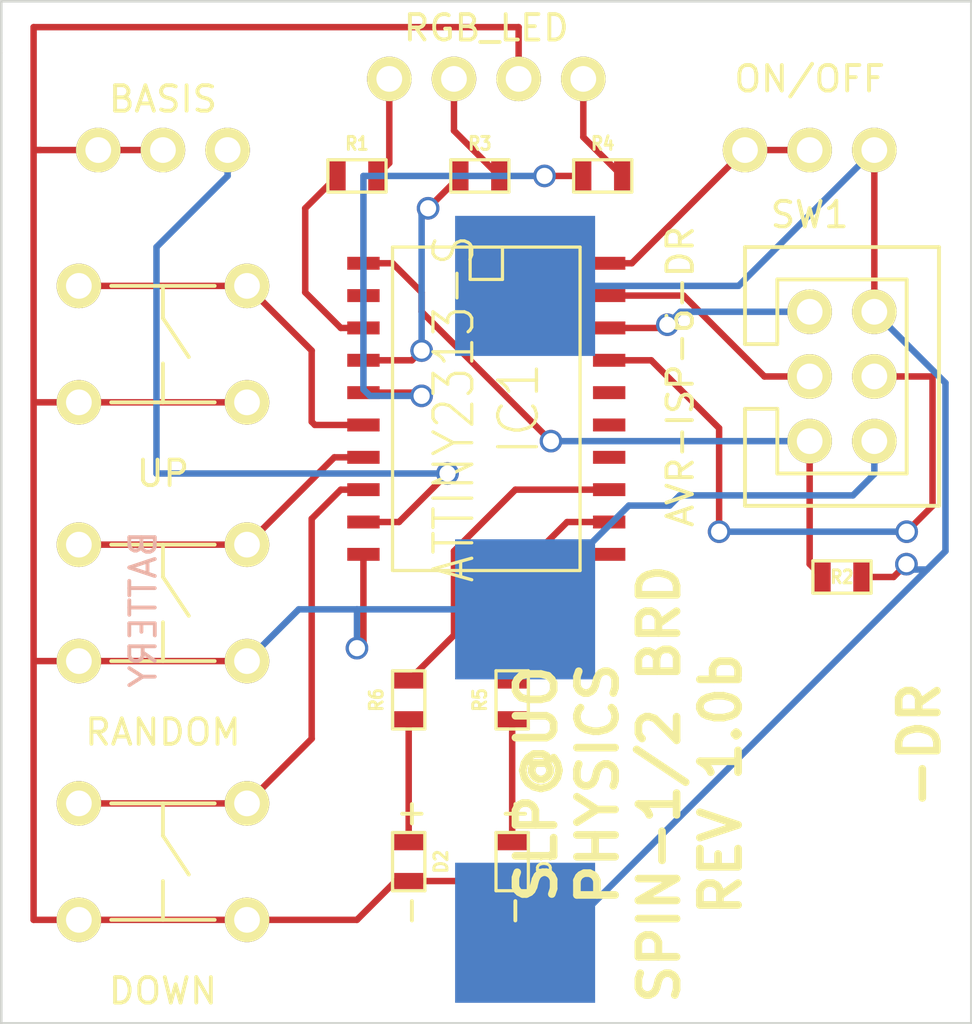
<source format=kicad_pcb>
(kicad_pcb (version 3) (host pcbnew "(2013-may-18)-stable")

  (general
    (links 41)
    (no_connects 0)
    (area 82.499999 47.447999 122.749 88.217088)
    (thickness 1.6)
    (drawings 9)
    (tracks 128)
    (zones 0)
    (modules 17)
    (nets 22)
  )

  (page A3)
  (layers
    (15 F.Cu signal)
    (0 B.Cu signal)
    (16 B.Adhes user)
    (17 F.Adhes user)
    (18 B.Paste user)
    (19 F.Paste user)
    (20 B.SilkS user)
    (21 F.SilkS user)
    (22 B.Mask user)
    (23 F.Mask user)
    (24 Dwgs.User user)
    (25 Cmts.User user)
    (26 Eco1.User user)
    (27 Eco2.User user)
    (28 Edge.Cuts user)
  )

  (setup
    (last_trace_width 0.254)
    (trace_clearance 0.254)
    (zone_clearance 0.508)
    (zone_45_only no)
    (trace_min 0.254)
    (segment_width 0.2)
    (edge_width 0.1)
    (via_size 0.889)
    (via_drill 0.635)
    (via_min_size 0.889)
    (via_min_drill 0.508)
    (uvia_size 0.508)
    (uvia_drill 0.127)
    (uvias_allowed no)
    (uvia_min_size 0.508)
    (uvia_min_drill 0.127)
    (pcb_text_width 0.3)
    (pcb_text_size 1.5 1.5)
    (mod_edge_width 0.15)
    (mod_text_size 1 1)
    (mod_text_width 0.15)
    (pad_size 1.75 1.75)
    (pad_drill 1.01)
    (pad_to_mask_clearance 0)
    (aux_axis_origin 0 0)
    (visible_elements FFFFFFBF)
    (pcbplotparams
      (layerselection 284196865)
      (usegerberextensions true)
      (excludeedgelayer true)
      (linewidth 0.150000)
      (plotframeref false)
      (viasonmask false)
      (mode 1)
      (useauxorigin false)
      (hpglpennumber 1)
      (hpglpenspeed 20)
      (hpglpendiameter 15)
      (hpglpenoverlay 2)
      (psnegative false)
      (psa4output false)
      (plotreference true)
      (plotvalue true)
      (plotothertext true)
      (plotinvisibletext false)
      (padsonsilk false)
      (subtractmaskfromsilk false)
      (outputformat 1)
      (mirror false)
      (drillshape 0)
      (scaleselection 1)
      (outputdirectory gerber/))
  )

  (net 0 "")
  (net 1 /MOSI)
  (net 2 /PD1)
  (net 3 /RST)
  (net 4 GND)
  (net 5 N-0000011)
  (net 6 N-0000012)
  (net 7 N-0000013)
  (net 8 N-0000014)
  (net 9 N-0000015)
  (net 10 N-0000016)
  (net 11 N-0000017)
  (net 12 N-0000018)
  (net 13 N-0000019)
  (net 14 N-0000026)
  (net 15 N-000003)
  (net 16 N-000004)
  (net 17 N-000005)
  (net 18 N-000006)
  (net 19 N-000007)
  (net 20 N-000008)
  (net 21 VCC)

  (net_class Default "This is the default net class."
    (clearance 0.254)
    (trace_width 0.254)
    (via_dia 0.889)
    (via_drill 0.635)
    (uvia_dia 0.508)
    (uvia_drill 0.127)
    (add_net "")
    (add_net /MOSI)
    (add_net /PD1)
    (add_net /RST)
    (add_net GND)
    (add_net N-0000011)
    (add_net N-0000012)
    (add_net N-0000013)
    (add_net N-0000014)
    (add_net N-0000015)
    (add_net N-0000016)
    (add_net N-0000017)
    (add_net N-0000018)
    (add_net N-0000019)
    (add_net N-0000026)
    (add_net N-000003)
    (add_net N-000004)
    (add_net N-000005)
    (add_net N-000006)
    (add_net N-000007)
    (add_net N-000008)
    (add_net VCC)
  )

  (module SO20L (layer F.Cu) (tedit 42807090) (tstamp 52F92886)
    (at 101.6 63.5 270)
    (descr "Cms SOJ 20 pins large")
    (tags "CMS SOJ")
    (path /52F7BB28)
    (attr smd)
    (fp_text reference IC1 (at 0 -1.27 270) (layer F.SilkS)
      (effects (font (size 1.524 1.524) (thickness 0.127)))
    )
    (fp_text value ATTINY2313-S (at 0 1.27 270) (layer F.SilkS)
      (effects (font (size 1.524 1.27) (thickness 0.127)))
    )
    (fp_line (start 6.35 3.683) (end 6.35 -3.683) (layer F.SilkS) (width 0.127))
    (fp_line (start -6.35 -3.683) (end -6.35 3.683) (layer F.SilkS) (width 0.127))
    (fp_line (start 6.35 3.683) (end -6.35 3.683) (layer F.SilkS) (width 0.127))
    (fp_line (start -6.35 -3.683) (end 6.35 -3.683) (layer F.SilkS) (width 0.127))
    (fp_line (start -6.35 -0.635) (end -5.08 -0.635) (layer F.SilkS) (width 0.127))
    (fp_line (start -5.08 -0.635) (end -5.08 0.635) (layer F.SilkS) (width 0.127))
    (fp_line (start -5.08 0.635) (end -6.35 0.635) (layer F.SilkS) (width 0.127))
    (pad 11 smd rect (at 5.715 -4.826 270) (size 0.508 1.27)
      (layers F.Cu F.Paste F.Mask)
    )
    (pad 12 smd rect (at 4.445 -4.826 270) (size 0.508 1.27)
      (layers F.Cu F.Paste F.Mask)
      (net 9 N-0000015)
    )
    (pad 13 smd rect (at 3.175 -4.826 270) (size 0.508 1.27)
      (layers F.Cu F.Paste F.Mask)
      (net 12 N-0000018)
    )
    (pad 14 smd rect (at 1.905 -4.826 270) (size 0.508 1.27)
      (layers F.Cu F.Paste F.Mask)
    )
    (pad 15 smd rect (at 0.635 -4.826 270) (size 0.508 1.27)
      (layers F.Cu F.Paste F.Mask)
    )
    (pad 16 smd rect (at -0.635 -4.826 270) (size 0.508 1.27)
      (layers F.Cu F.Paste F.Mask)
    )
    (pad 17 smd rect (at -1.905 -4.826 270) (size 0.508 1.27)
      (layers F.Cu F.Paste F.Mask)
      (net 1 /MOSI)
    )
    (pad 18 smd rect (at -3.175 -4.826 270) (size 0.508 1.27)
      (layers F.Cu F.Paste F.Mask)
      (net 19 N-000007)
    )
    (pad 19 smd rect (at -4.445 -4.826 270) (size 0.508 1.27)
      (layers F.Cu F.Paste F.Mask)
      (net 20 N-000008)
    )
    (pad 20 smd rect (at -5.715 -4.826 270) (size 0.508 1.27)
      (layers F.Cu F.Paste F.Mask)
      (net 14 N-0000026)
    )
    (pad 1 smd rect (at -5.715 4.826 270) (size 0.508 1.27)
      (layers F.Cu F.Paste F.Mask)
      (net 3 /RST)
    )
    (pad 2 smd rect (at -4.445 4.826 270) (size 0.508 1.27)
      (layers F.Cu F.Paste F.Mask)
    )
    (pad 3 smd rect (at -3.175 4.826 270) (size 0.508 1.27)
      (layers F.Cu F.Paste F.Mask)
      (net 2 /PD1)
    )
    (pad 4 smd rect (at -1.905 4.826 270) (size 0.508 1.27)
      (layers F.Cu F.Paste F.Mask)
      (net 6 N-0000012)
    )
    (pad 5 smd rect (at -0.635 4.826 270) (size 0.508 1.27)
      (layers F.Cu F.Paste F.Mask)
      (net 18 N-000006)
    )
    (pad 6 smd rect (at 0.635 4.826 270) (size 0.508 1.27)
      (layers F.Cu F.Paste F.Mask)
      (net 13 N-0000019)
    )
    (pad 7 smd rect (at 1.905 4.826 270) (size 0.508 1.27)
      (layers F.Cu F.Paste F.Mask)
      (net 17 N-000005)
    )
    (pad 8 smd rect (at 3.175 4.826 270) (size 0.508 1.27)
      (layers F.Cu F.Paste F.Mask)
      (net 16 N-000004)
    )
    (pad 9 smd rect (at 4.445 4.826 270) (size 0.508 1.27)
      (layers F.Cu F.Paste F.Mask)
      (net 15 N-000003)
    )
    (pad 10 smd rect (at 5.715 4.826 270) (size 0.508 1.27)
      (layers F.Cu F.Paste F.Mask)
      (net 4 GND)
    )
    (model smd/cms_so20.wrl
      (at (xyz 0 0 0))
      (scale (xyz 0.5 0.6 0.5))
      (rotate (xyz 0 0 0))
    )
  )

  (module SM0603 (layer F.Cu) (tedit 52F92F47) (tstamp 52F7E7D5)
    (at 96.52 54.356)
    (path /52F7C103)
    (attr smd)
    (fp_text reference R1 (at 0 -1.27) (layer F.SilkS)
      (effects (font (size 0.508 0.4572) (thickness 0.1143)))
    )
    (fp_text value 200 (at 0 0) (layer F.SilkS) hide
      (effects (font (size 0.508 0.4572) (thickness 0.1143)))
    )
    (fp_line (start -1.143 -0.635) (end 1.143 -0.635) (layer F.SilkS) (width 0.127))
    (fp_line (start 1.143 -0.635) (end 1.143 0.635) (layer F.SilkS) (width 0.127))
    (fp_line (start 1.143 0.635) (end -1.143 0.635) (layer F.SilkS) (width 0.127))
    (fp_line (start -1.143 0.635) (end -1.143 -0.635) (layer F.SilkS) (width 0.127))
    (pad 1 smd rect (at -0.762 0) (size 0.635 1.143)
      (layers F.Cu F.Paste F.Mask)
      (net 2 /PD1)
    )
    (pad 2 smd rect (at 0.762 0) (size 0.635 1.143)
      (layers F.Cu F.Paste F.Mask)
      (net 8 N-0000014)
    )
    (model smd\resistors\R0603.wrl
      (at (xyz 0 0 0.001))
      (scale (xyz 0.5 0.5 0.5))
      (rotate (xyz 0 0 0))
    )
  )

  (module SM0603 (layer F.Cu) (tedit 52F92F50) (tstamp 52F7E7DF)
    (at 101.346 54.356)
    (path /52F7C110)
    (attr smd)
    (fp_text reference R3 (at 0 -1.27) (layer F.SilkS)
      (effects (font (size 0.508 0.4572) (thickness 0.1143)))
    )
    (fp_text value 200 (at 0 0) (layer F.SilkS) hide
      (effects (font (size 0.508 0.4572) (thickness 0.1143)))
    )
    (fp_line (start -1.143 -0.635) (end 1.143 -0.635) (layer F.SilkS) (width 0.127))
    (fp_line (start 1.143 -0.635) (end 1.143 0.635) (layer F.SilkS) (width 0.127))
    (fp_line (start 1.143 0.635) (end -1.143 0.635) (layer F.SilkS) (width 0.127))
    (fp_line (start -1.143 0.635) (end -1.143 -0.635) (layer F.SilkS) (width 0.127))
    (pad 1 smd rect (at -0.762 0) (size 0.635 1.143)
      (layers F.Cu F.Paste F.Mask)
      (net 6 N-0000012)
    )
    (pad 2 smd rect (at 0.762 0) (size 0.635 1.143)
      (layers F.Cu F.Paste F.Mask)
      (net 7 N-0000013)
    )
    (model smd\resistors\R0603.wrl
      (at (xyz 0 0 0.001))
      (scale (xyz 0.5 0.5 0.5))
      (rotate (xyz 0 0 0))
    )
  )

  (module SM0603 (layer F.Cu) (tedit 52F92F59) (tstamp 52F7E7E9)
    (at 106.172 54.356)
    (path /52F7C116)
    (attr smd)
    (fp_text reference R4 (at 0 -1.27) (layer F.SilkS)
      (effects (font (size 0.508 0.4572) (thickness 0.1143)))
    )
    (fp_text value 200 (at 0 0) (layer F.SilkS) hide
      (effects (font (size 0.508 0.4572) (thickness 0.1143)))
    )
    (fp_line (start -1.143 -0.635) (end 1.143 -0.635) (layer F.SilkS) (width 0.127))
    (fp_line (start 1.143 -0.635) (end 1.143 0.635) (layer F.SilkS) (width 0.127))
    (fp_line (start 1.143 0.635) (end -1.143 0.635) (layer F.SilkS) (width 0.127))
    (fp_line (start -1.143 0.635) (end -1.143 -0.635) (layer F.SilkS) (width 0.127))
    (pad 1 smd rect (at -0.762 0) (size 0.635 1.143)
      (layers F.Cu F.Paste F.Mask)
      (net 18 N-000006)
    )
    (pad 2 smd rect (at 0.762 0) (size 0.635 1.143)
      (layers F.Cu F.Paste F.Mask)
      (net 5 N-0000011)
    )
    (model smd\resistors\R0603.wrl
      (at (xyz 0 0 0.001))
      (scale (xyz 0.5 0.5 0.5))
      (rotate (xyz 0 0 0))
    )
  )

  (module SM0603 (layer F.Cu) (tedit 4E43A3D1) (tstamp 579C238B)
    (at 115.57 70.104 180)
    (path /52F7C11C)
    (attr smd)
    (fp_text reference R2 (at 0 0 180) (layer F.SilkS)
      (effects (font (size 0.508 0.4572) (thickness 0.1143)))
    )
    (fp_text value 1K (at 0 0 180) (layer F.SilkS) hide
      (effects (font (size 0.508 0.4572) (thickness 0.1143)))
    )
    (fp_line (start -1.143 -0.635) (end 1.143 -0.635) (layer F.SilkS) (width 0.127))
    (fp_line (start 1.143 -0.635) (end 1.143 0.635) (layer F.SilkS) (width 0.127))
    (fp_line (start 1.143 0.635) (end -1.143 0.635) (layer F.SilkS) (width 0.127))
    (fp_line (start -1.143 0.635) (end -1.143 -0.635) (layer F.SilkS) (width 0.127))
    (pad 1 smd rect (at -0.762 0 180) (size 0.635 1.143)
      (layers F.Cu F.Paste F.Mask)
      (net 21 VCC)
    )
    (pad 2 smd rect (at 0.762 0 180) (size 0.635 1.143)
      (layers F.Cu F.Paste F.Mask)
      (net 3 /RST)
    )
    (model smd\resistors\R0603.wrl
      (at (xyz 0 0 0.001))
      (scale (xyz 0.5 0.5 0.5))
      (rotate (xyz 0 0 0))
    )
  )

  (module CR2032 (layer B.Cu) (tedit 52F93010) (tstamp 52F92F5A)
    (at 103.124 71.374 90)
    (path /52F7C1B5)
    (fp_text reference BT1 (at 0 5.08 90) (layer B.SilkS) hide
      (effects (font (size 1 1) (thickness 0.15)) (justify mirror))
    )
    (fp_text value BATTERY (at 0 -15 90) (layer B.SilkS)
      (effects (font (size 1 1) (thickness 0.15)) (justify mirror))
    )
    (pad 2 smd rect (at 0 0 90) (size 5.5 5.5)
      (layers B.Cu B.Paste B.Mask)
      (net 4 GND)
    )
    (pad 1 smd rect (at -12.7 0 90) (size 5.5 5.5)
      (layers B.Cu B.Paste B.Mask)
      (net 21 VCC)
    )
    (pad 1 smd rect (at 12.7 0 90) (size 5.5 5.5)
      (layers B.Cu B.Paste B.Mask)
      (net 21 VCC)
    )
  )

  (module AVR-ISP-6-DR (layer F.Cu) (tedit 52F92467) (tstamp 52F7F03A)
    (at 115.57 62.23 270)
    (path /52F7C928)
    (fp_text reference CON1 (at 0 -6.35 270) (layer F.SilkS) hide
      (effects (font (size 1 1) (thickness 0.15)))
    )
    (fp_text value AVR-ISP-6-DR (at 0 6.35 270) (layer F.SilkS)
      (effects (font (size 1 1) (thickness 0.15)))
    )
    (fp_line (start -3.81 -2.54) (end 3.81 -2.54) (layer F.SilkS) (width 0.15))
    (fp_line (start 3.81 -2.54) (end 3.81 2.54) (layer F.SilkS) (width 0.15))
    (fp_line (start 3.81 2.54) (end 1.27 2.54) (layer F.SilkS) (width 0.15))
    (fp_line (start 1.27 2.54) (end 1.27 3.81) (layer F.SilkS) (width 0.15))
    (fp_line (start 1.27 3.81) (end 5.08 3.81) (layer F.SilkS) (width 0.15))
    (fp_line (start 5.08 3.81) (end 5.08 -3.81) (layer F.SilkS) (width 0.15))
    (fp_line (start 5.08 -3.81) (end -5.08 -3.81) (layer F.SilkS) (width 0.15))
    (fp_line (start -5.08 -3.81) (end -5.08 3.81) (layer F.SilkS) (width 0.15))
    (fp_line (start -5.08 3.81) (end -1.27 3.81) (layer F.SilkS) (width 0.15))
    (fp_line (start -1.27 3.81) (end -1.27 2.54) (layer F.SilkS) (width 0.15))
    (fp_line (start -3.81 -2.54) (end -3.81 2.54) (layer F.SilkS) (width 0.15))
    (fp_line (start -3.81 2.54) (end -1.27 2.54) (layer F.SilkS) (width 0.15))
    (pad 3 thru_hole circle (at 0 1.27 270) (size 1.75 1.75) (drill 1.01)
      (layers *.Cu *.Mask F.SilkS)
      (net 20 N-000008)
    )
    (pad 4 thru_hole circle (at 0 -1.27 270) (size 1.75 1.75) (drill 1.01)
      (layers *.Cu *.Mask F.SilkS)
      (net 1 /MOSI)
    )
    (pad 2 thru_hole circle (at -2.54 -1.27 270) (size 1.75 1.75) (drill 1.01)
      (layers *.Cu *.Mask F.SilkS)
      (net 21 VCC)
    )
    (pad 1 thru_hole circle (at -2.54 1.27 270) (size 1.75 1.75) (drill 1.01)
      (layers *.Cu *.Mask F.SilkS)
      (net 19 N-000007)
    )
    (pad 5 thru_hole circle (at 2.54 1.27 270) (size 1.75 1.75) (drill 1.01)
      (layers *.Cu *.Mask F.SilkS)
      (net 3 /RST)
    )
    (pad 6 thru_hole circle (at 2.54 -1.27 270) (size 1.75 1.75) (drill 1.01)
      (layers *.Cu *.Mask F.SilkS)
      (net 4 GND)
    )
  )

  (module SW_TACT (layer F.Cu) (tedit 52F92440) (tstamp 52F7F67D)
    (at 88.9 81.28)
    (path /52F7BD5A)
    (fp_text reference SW3 (at 0 -5.08) (layer F.SilkS) hide
      (effects (font (size 1 1) (thickness 0.15)))
    )
    (fp_text value DOWN (at 0 5.08) (layer F.SilkS)
      (effects (font (size 1 1) (thickness 0.15)))
    )
    (fp_line (start 0 0.762) (end 0 2.286) (layer F.SilkS) (width 0.15))
    (fp_line (start 0 -2.286) (end 0 -1.016) (layer F.SilkS) (width 0.15))
    (fp_line (start 0 -1.016) (end 1.016 0.508) (layer F.SilkS) (width 0.15))
    (fp_line (start -2.032 2.286) (end 2.032 2.286) (layer F.SilkS) (width 0.15))
    (fp_line (start -2.032 -2.286) (end 2.032 -2.286) (layer F.SilkS) (width 0.15))
    (pad 1 thru_hole circle (at -3.302 -2.286) (size 1.75 1.75) (drill 1.01)
      (layers *.Cu *.Mask F.SilkS)
      (net 16 N-000004)
    )
    (pad 1 thru_hole circle (at 3.302 -2.286) (size 1.75 1.75) (drill 1.01)
      (layers *.Cu *.Mask F.SilkS)
      (net 16 N-000004)
    )
    (pad 2 thru_hole circle (at 3.302 2.286) (size 1.75 1.75) (drill 1.01)
      (layers *.Cu *.Mask F.SilkS)
      (net 4 GND)
    )
    (pad 2 thru_hole circle (at -3.302 2.286) (size 1.75 1.75) (drill 1.01)
      (layers *.Cu *.Mask F.SilkS)
      (net 4 GND)
    )
  )

  (module SW_TACT (layer F.Cu) (tedit 52F92438) (tstamp 52F7F68A)
    (at 88.9 71.12)
    (path /52F7BD69)
    (fp_text reference SW4 (at 0 -5.08) (layer F.SilkS) hide
      (effects (font (size 1 1) (thickness 0.15)))
    )
    (fp_text value RANDOM (at 0 5.08) (layer F.SilkS)
      (effects (font (size 1 1) (thickness 0.15)))
    )
    (fp_line (start 0 0.762) (end 0 2.286) (layer F.SilkS) (width 0.15))
    (fp_line (start 0 -2.286) (end 0 -1.016) (layer F.SilkS) (width 0.15))
    (fp_line (start 0 -1.016) (end 1.016 0.508) (layer F.SilkS) (width 0.15))
    (fp_line (start -2.032 2.286) (end 2.032 2.286) (layer F.SilkS) (width 0.15))
    (fp_line (start -2.032 -2.286) (end 2.032 -2.286) (layer F.SilkS) (width 0.15))
    (pad 1 thru_hole circle (at -3.302 -2.286) (size 1.75 1.75) (drill 1.01)
      (layers *.Cu *.Mask F.SilkS)
      (net 17 N-000005)
    )
    (pad 1 thru_hole circle (at 3.302 -2.286) (size 1.75 1.75) (drill 1.01)
      (layers *.Cu *.Mask F.SilkS)
      (net 17 N-000005)
    )
    (pad 2 thru_hole circle (at 3.302 2.286) (size 1.75 1.75) (drill 1.01)
      (layers *.Cu *.Mask F.SilkS)
      (net 4 GND)
    )
    (pad 2 thru_hole circle (at -3.302 2.286) (size 1.75 1.75) (drill 1.01)
      (layers *.Cu *.Mask F.SilkS)
      (net 4 GND)
    )
  )

  (module SW_TACT (layer F.Cu) (tedit 52F92430) (tstamp 52F928F0)
    (at 88.9 60.96)
    (path /52F7BD6F)
    (fp_text reference SW5 (at 0 -5.08) (layer F.SilkS) hide
      (effects (font (size 1 1) (thickness 0.15)))
    )
    (fp_text value UP (at 0 5.08) (layer F.SilkS)
      (effects (font (size 1 1) (thickness 0.15)))
    )
    (fp_line (start 0 0.762) (end 0 2.286) (layer F.SilkS) (width 0.15))
    (fp_line (start 0 -2.286) (end 0 -1.016) (layer F.SilkS) (width 0.15))
    (fp_line (start 0 -1.016) (end 1.016 0.508) (layer F.SilkS) (width 0.15))
    (fp_line (start -2.032 2.286) (end 2.032 2.286) (layer F.SilkS) (width 0.15))
    (fp_line (start -2.032 -2.286) (end 2.032 -2.286) (layer F.SilkS) (width 0.15))
    (pad 1 thru_hole circle (at -3.302 -2.286) (size 1.75 1.75) (drill 1.01)
      (layers *.Cu *.Mask F.SilkS)
      (net 13 N-0000019)
    )
    (pad 1 thru_hole circle (at 3.302 -2.286) (size 1.75 1.75) (drill 1.01)
      (layers *.Cu *.Mask F.SilkS)
      (net 13 N-0000019)
    )
    (pad 2 thru_hole circle (at 3.302 2.286) (size 1.75 1.75) (drill 1.01)
      (layers *.Cu *.Mask F.SilkS)
      (net 4 GND)
    )
    (pad 2 thru_hole circle (at -3.302 2.286) (size 1.75 1.75) (drill 1.01)
      (layers *.Cu *.Mask F.SilkS)
      (net 4 GND)
    )
  )

  (module SW_SPDT_DR (layer F.Cu) (tedit 52F7F864) (tstamp 52F7F947)
    (at 114.3 53.34 180)
    (path /52F7BEA9)
    (fp_text reference SW1 (at 0 -2.54 180) (layer F.SilkS)
      (effects (font (size 1 1) (thickness 0.15)))
    )
    (fp_text value ON/OFF (at 0 2.794 180) (layer F.SilkS)
      (effects (font (size 1 1) (thickness 0.15)))
    )
    (pad 2 thru_hole circle (at 0 0 180) (size 1.75 1.75) (drill 1.01)
      (layers *.Cu *.Mask F.SilkS)
      (net 14 N-0000026)
    )
    (pad 1 thru_hole circle (at -2.54 0 180) (size 1.75 1.75) (drill 1.01)
      (layers *.Cu *.Mask F.SilkS)
      (net 21 VCC)
    )
    (pad 2 thru_hole circle (at 2.54 0 180) (size 1.75 1.75) (drill 1.01)
      (layers *.Cu *.Mask F.SilkS)
      (net 14 N-0000026)
    )
  )

  (module SW_SPDT_DR (layer F.Cu) (tedit 52F9241E) (tstamp 52F7F94E)
    (at 88.9 53.34 180)
    (path /52F7BEB6)
    (fp_text reference SW2 (at 0 -2.54 180) (layer F.SilkS) hide
      (effects (font (size 1 1) (thickness 0.15)))
    )
    (fp_text value BASIS (at 0 2 180) (layer F.SilkS)
      (effects (font (size 1 1) (thickness 0.15)))
    )
    (pad 2 thru_hole circle (at 0 0 180) (size 1.75 1.75) (drill 1.01)
      (layers *.Cu *.Mask F.SilkS)
      (net 4 GND)
    )
    (pad 1 thru_hole circle (at -2.54 0 180) (size 1.75 1.75) (drill 1.01)
      (layers *.Cu *.Mask F.SilkS)
      (net 15 N-000003)
    )
    (pad 2 thru_hole circle (at 2.54 0 180) (size 1.75 1.75) (drill 1.01)
      (layers *.Cu *.Mask F.SilkS)
      (net 4 GND)
    )
  )

  (module RGB_LED (layer F.Cu) (tedit 52F928C6) (tstamp 52F7F956)
    (at 101.6 50.546 180)
    (path /52F91E83)
    (fp_text reference RGBL1 (at 0 -1.91 180) (layer F.SilkS) hide
      (effects (font (size 1 1) (thickness 0.15)))
    )
    (fp_text value RGB_LED (at 0 2 180) (layer F.SilkS)
      (effects (font (size 1 1) (thickness 0.15)))
    )
    (pad 1 thru_hole circle (at -3.81 0 180) (size 1.75 1.75) (drill 1.01)
      (layers *.Cu *.Mask F.SilkS)
      (net 5 N-0000011)
    )
    (pad 2 thru_hole circle (at -1.27 0 180) (size 1.75 1.75) (drill 1.01)
      (layers *.Cu *.Mask F.SilkS)
      (net 4 GND)
    )
    (pad 3 thru_hole circle (at 1.27 0 180) (size 1.75 1.75) (drill 1.01)
      (layers *.Cu *.Mask F.SilkS)
      (net 7 N-0000013)
    )
    (pad 4 thru_hole circle (at 3.81 0 180) (size 1.75 1.75) (drill 1.01)
      (layers *.Cu *.Mask F.SilkS)
      (net 8 N-0000014)
    )
  )

  (module SM0603_DR (layer F.Cu) (tedit 52F91C8B) (tstamp 52F91D00)
    (at 102.616 81.28 270)
    (path /52F91AB7)
    (attr smd)
    (fp_text reference D1 (at 0 -1.27 270) (layer F.SilkS)
      (effects (font (size 0.508 0.4572) (thickness 0.1143)))
    )
    (fp_text value LED (at 0 1.27 270) (layer F.SilkS) hide
      (effects (font (size 0.508 0.4572) (thickness 0.1143)))
    )
    (fp_text user - (at 1.9304 -0.0508 270) (layer F.SilkS)
      (effects (font (size 1 1) (thickness 0.15)))
    )
    (fp_text user + (at -1.8796 -0.0508 270) (layer F.SilkS)
      (effects (font (size 1 1) (thickness 0.15)))
    )
    (fp_line (start -1.143 -0.635) (end 1.143 -0.635) (layer F.SilkS) (width 0.127))
    (fp_line (start 1.143 -0.635) (end 1.143 0.635) (layer F.SilkS) (width 0.127))
    (fp_line (start 1.143 0.635) (end -1.143 0.635) (layer F.SilkS) (width 0.127))
    (fp_line (start -1.143 0.635) (end -1.143 -0.635) (layer F.SilkS) (width 0.127))
    (pad 1 smd rect (at -0.762 0 270) (size 0.635 1.143)
      (layers F.Cu F.Paste F.Mask)
      (net 11 N-0000017)
    )
    (pad 2 smd rect (at 0.762 0 270) (size 0.635 1.143)
      (layers F.Cu F.Paste F.Mask)
      (net 4 GND)
    )
    (model smd\resistors\R0603.wrl
      (at (xyz 0 0 0.001))
      (scale (xyz 0.5 0.5 0.5))
      (rotate (xyz 0 0 0))
    )
  )

  (module SM0603_DR (layer F.Cu) (tedit 52F91C8B) (tstamp 52F91D0C)
    (at 98.552 81.28 270)
    (path /52F91AC4)
    (attr smd)
    (fp_text reference D2 (at 0 -1.27 270) (layer F.SilkS)
      (effects (font (size 0.508 0.4572) (thickness 0.1143)))
    )
    (fp_text value LED (at 0 1.27 270) (layer F.SilkS) hide
      (effects (font (size 0.508 0.4572) (thickness 0.1143)))
    )
    (fp_text user - (at 1.9304 -0.0508 270) (layer F.SilkS)
      (effects (font (size 1 1) (thickness 0.15)))
    )
    (fp_text user + (at -1.8796 -0.0508 270) (layer F.SilkS)
      (effects (font (size 1 1) (thickness 0.15)))
    )
    (fp_line (start -1.143 -0.635) (end 1.143 -0.635) (layer F.SilkS) (width 0.127))
    (fp_line (start 1.143 -0.635) (end 1.143 0.635) (layer F.SilkS) (width 0.127))
    (fp_line (start 1.143 0.635) (end -1.143 0.635) (layer F.SilkS) (width 0.127))
    (fp_line (start -1.143 0.635) (end -1.143 -0.635) (layer F.SilkS) (width 0.127))
    (pad 1 smd rect (at -0.762 0 270) (size 0.635 1.143)
      (layers F.Cu F.Paste F.Mask)
      (net 10 N-0000016)
    )
    (pad 2 smd rect (at 0.762 0 270) (size 0.635 1.143)
      (layers F.Cu F.Paste F.Mask)
      (net 4 GND)
    )
    (model smd\resistors\R0603.wrl
      (at (xyz 0 0 0.001))
      (scale (xyz 0.5 0.5 0.5))
      (rotate (xyz 0 0 0))
    )
  )

  (module SM0603 (layer F.Cu) (tedit 52F92F12) (tstamp 52F92F07)
    (at 102.616 74.93 90)
    (path /52F91AF7)
    (attr smd)
    (fp_text reference R5 (at 0 -1.27 90) (layer F.SilkS)
      (effects (font (size 0.508 0.4572) (thickness 0.1143)))
    )
    (fp_text value 200 (at 0 0 90) (layer F.SilkS) hide
      (effects (font (size 0.508 0.4572) (thickness 0.1143)))
    )
    (fp_line (start -1.143 -0.635) (end 1.143 -0.635) (layer F.SilkS) (width 0.127))
    (fp_line (start 1.143 -0.635) (end 1.143 0.635) (layer F.SilkS) (width 0.127))
    (fp_line (start 1.143 0.635) (end -1.143 0.635) (layer F.SilkS) (width 0.127))
    (fp_line (start -1.143 0.635) (end -1.143 -0.635) (layer F.SilkS) (width 0.127))
    (pad 1 smd rect (at -0.762 0 90) (size 0.635 1.143)
      (layers F.Cu F.Paste F.Mask)
      (net 11 N-0000017)
    )
    (pad 2 smd rect (at 0.762 0 90) (size 0.635 1.143)
      (layers F.Cu F.Paste F.Mask)
      (net 9 N-0000015)
    )
    (model smd\resistors\R0603.wrl
      (at (xyz 0 0 0.001))
      (scale (xyz 0.5 0.5 0.5))
      (rotate (xyz 0 0 0))
    )
  )

  (module SM0603 (layer F.Cu) (tedit 52F92F07) (tstamp 52F91D20)
    (at 98.552 74.93 90)
    (path /52F91AFD)
    (attr smd)
    (fp_text reference R6 (at 0 -1.27 90) (layer F.SilkS)
      (effects (font (size 0.508 0.4572) (thickness 0.1143)))
    )
    (fp_text value 200 (at 0 0 90) (layer F.SilkS) hide
      (effects (font (size 0.508 0.4572) (thickness 0.1143)))
    )
    (fp_line (start -1.143 -0.635) (end 1.143 -0.635) (layer F.SilkS) (width 0.127))
    (fp_line (start 1.143 -0.635) (end 1.143 0.635) (layer F.SilkS) (width 0.127))
    (fp_line (start 1.143 0.635) (end -1.143 0.635) (layer F.SilkS) (width 0.127))
    (fp_line (start -1.143 0.635) (end -1.143 -0.635) (layer F.SilkS) (width 0.127))
    (pad 1 smd rect (at -0.762 0 90) (size 0.635 1.143)
      (layers F.Cu F.Paste F.Mask)
      (net 10 N-0000016)
    )
    (pad 2 smd rect (at 0.762 0 90) (size 0.635 1.143)
      (layers F.Cu F.Paste F.Mask)
      (net 12 N-0000018)
    )
    (model smd\resistors\R0603.wrl
      (at (xyz 0 0 0.001))
      (scale (xyz 0.5 0.5 0.5))
      (rotate (xyz 0 0 0))
    )
  )

  (gr_text -DR (at 118.618 76.708 90) (layer F.SilkS)
    (effects (font (size 1.5 1.5) (thickness 0.3)))
  )
  (gr_text "SLP@UO\nPHYSICS\nSPIN-1/2 BRD\nREV 1.0b\n" (at 107.188 78.232 90) (layer F.SilkS)
    (effects (font (size 1.5 1.5) (thickness 0.3)))
  )
  (gr_line (start 120.65 47.498) (end 120.65 49.53) (angle 90) (layer Edge.Cuts) (width 0.1))
  (gr_line (start 82.55 47.498) (end 120.65 47.498) (angle 90) (layer Edge.Cuts) (width 0.1))
  (gr_line (start 82.55 49.53) (end 82.55 47.498) (angle 90) (layer Edge.Cuts) (width 0.1))
  (gr_line (start 120.65 87.63) (end 107.95 87.63) (angle 90) (layer Edge.Cuts) (width 0.1))
  (gr_line (start 120.65 49.53) (end 120.65 87.63) (angle 90) (layer Edge.Cuts) (width 0.1))
  (gr_line (start 82.55 87.63) (end 107.95 87.63) (angle 90) (layer Edge.Cuts) (width 0.1))
  (gr_line (start 82.55 49.53) (end 82.55 87.63) (angle 90) (layer Edge.Cuts) (width 0.1))

  (segment (start 106.426 61.595) (end 108.077 61.595) (width 0.254) (layer F.Cu) (net 1))
  (segment (start 119.126 62.23) (end 116.84 62.23) (width 0.254) (layer F.Cu) (net 1) (tstamp 52F92BBB))
  (segment (start 119.126 67.31) (end 119.126 62.23) (width 0.254) (layer F.Cu) (net 1) (tstamp 52F92BB9))
  (segment (start 118.11 68.326) (end 119.126 67.31) (width 0.254) (layer F.Cu) (net 1) (tstamp 52F92BB8))
  (via (at 118.11 68.326) (size 0.889) (layers F.Cu B.Cu) (net 1))
  (segment (start 110.744 68.326) (end 118.11 68.326) (width 0.254) (layer B.Cu) (net 1) (tstamp 52F92BB0))
  (via (at 110.744 68.326) (size 0.889) (layers F.Cu B.Cu) (net 1))
  (segment (start 110.744 64.262) (end 110.744 68.326) (width 0.254) (layer F.Cu) (net 1) (tstamp 52F92BA2))
  (segment (start 108.077 61.595) (end 110.744 64.262) (width 0.254) (layer F.Cu) (net 1) (tstamp 52F92B98))
  (segment (start 96.774 60.325) (end 95.885 60.325) (width 0.254) (layer F.Cu) (net 2))
  (segment (start 94.488 55.626) (end 95.758 54.356) (width 0.254) (layer F.Cu) (net 2) (tstamp 52F92A7E))
  (segment (start 94.488 58.928) (end 94.488 55.626) (width 0.254) (layer F.Cu) (net 2) (tstamp 52F92A7A))
  (segment (start 95.885 60.325) (end 94.488 58.928) (width 0.254) (layer F.Cu) (net 2) (tstamp 52F92A79))
  (segment (start 114.3 64.77) (end 114.3 69.596) (width 0.254) (layer F.Cu) (net 3))
  (segment (start 114.3 69.596) (end 114.808 70.104) (width 0.254) (layer F.Cu) (net 3) (tstamp 52F92B7A))
  (segment (start 114.3 64.77) (end 104.14 64.77) (width 0.254) (layer B.Cu) (net 3))
  (segment (start 97.917 57.785) (end 96.774 57.785) (width 0.254) (layer F.Cu) (net 3) (tstamp 52F926A1))
  (segment (start 99.06 58.928) (end 97.917 57.785) (width 0.254) (layer F.Cu) (net 3) (tstamp 52F92699))
  (segment (start 99.06 59.69) (end 99.06 58.928) (width 0.254) (layer F.Cu) (net 3) (tstamp 52F92691))
  (segment (start 104.14 64.77) (end 99.06 59.69) (width 0.254) (layer F.Cu) (net 3) (tstamp 52F92690))
  (via (at 104.14 64.77) (size 0.889) (layers F.Cu B.Cu) (net 3))
  (segment (start 116.84 64.77) (end 116.84 66.06) (width 0.254) (layer B.Cu) (net 4))
  (segment (start 107.198 67.3) (end 103.124 71.374) (width 0.254) (layer B.Cu) (net 4) (tstamp 579C23AA))
  (segment (start 108.8 67.3) (end 107.198 67.3) (width 0.254) (layer B.Cu) (net 4) (tstamp 579C23A8))
  (segment (start 109.2 66.9) (end 108.8 67.3) (width 0.254) (layer B.Cu) (net 4) (tstamp 579C23A7))
  (segment (start 116 66.9) (end 109.2 66.9) (width 0.254) (layer B.Cu) (net 4) (tstamp 579C23A5))
  (segment (start 116.84 66.06) (end 116 66.9) (width 0.254) (layer B.Cu) (net 4) (tstamp 579C23A4))
  (segment (start 96.52 71.374) (end 96.52 72.898) (width 0.254) (layer B.Cu) (net 4))
  (segment (start 96.774 72.644) (end 96.774 69.215) (width 0.254) (layer F.Cu) (net 4) (tstamp 52F92C29))
  (segment (start 96.52 72.898) (end 96.774 72.644) (width 0.254) (layer F.Cu) (net 4) (tstamp 52F92C28))
  (via (at 96.52 72.898) (size 0.889) (layers F.Cu B.Cu) (net 4))
  (segment (start 103.124 71.374) (end 96.52 71.374) (width 0.254) (layer B.Cu) (net 4))
  (segment (start 96.52 71.374) (end 94.234 71.374) (width 0.254) (layer B.Cu) (net 4) (tstamp 52F92C22))
  (segment (start 94.234 71.374) (end 92.202 73.406) (width 0.254) (layer B.Cu) (net 4) (tstamp 52F92C18))
  (segment (start 102.87 50.546) (end 102.87 48.514) (width 0.254) (layer F.Cu) (net 4))
  (segment (start 83.82 48.514) (end 83.82 53.34) (width 0.254) (layer F.Cu) (net 4) (tstamp 52F92B54))
  (segment (start 102.87 48.514) (end 83.82 48.514) (width 0.254) (layer F.Cu) (net 4) (tstamp 52F92B4D))
  (segment (start 83.82 53.34) (end 84.074 53.34) (width 0.254) (layer F.Cu) (net 4) (tstamp 52F92B61))
  (segment (start 83.82 73.406) (end 83.82 83.566) (width 0.254) (layer F.Cu) (net 4))
  (segment (start 83.82 83.566) (end 85.598 83.566) (width 0.254) (layer F.Cu) (net 4) (tstamp 52F9299B))
  (segment (start 83.82 63.246) (end 83.82 73.406) (width 0.254) (layer F.Cu) (net 4))
  (segment (start 83.82 73.406) (end 85.598 73.406) (width 0.254) (layer F.Cu) (net 4) (tstamp 52F92990))
  (segment (start 86.36 53.34) (end 84.074 53.34) (width 0.254) (layer F.Cu) (net 4))
  (segment (start 84.074 53.34) (end 83.82 53.34) (width 0.254) (layer F.Cu) (net 4) (tstamp 52F92B65))
  (segment (start 83.82 63.246) (end 85.598 63.246) (width 0.254) (layer F.Cu) (net 4) (tstamp 52F92987))
  (segment (start 83.82 53.34) (end 83.82 63.246) (width 0.254) (layer F.Cu) (net 4) (tstamp 52F92986))
  (segment (start 88.9 53.34) (end 86.36 53.34) (width 0.254) (layer F.Cu) (net 4))
  (segment (start 92.202 63.246) (end 85.598 63.246) (width 0.254) (layer F.Cu) (net 4))
  (segment (start 102.616 82.042) (end 98.044 82.042) (width 0.254) (layer F.Cu) (net 4))
  (segment (start 96.52 83.566) (end 92.202 83.566) (width 0.254) (layer F.Cu) (net 4) (tstamp 52F92775))
  (segment (start 98.044 82.042) (end 96.52 83.566) (width 0.254) (layer F.Cu) (net 4) (tstamp 52F92774))
  (segment (start 92.202 83.566) (end 85.598 83.566) (width 0.254) (layer F.Cu) (net 4))
  (segment (start 92.202 73.406) (end 85.598 73.406) (width 0.254) (layer F.Cu) (net 4))
  (segment (start 105.41 50.546) (end 105.41 52.832) (width 0.254) (layer F.Cu) (net 5))
  (segment (start 105.41 52.832) (end 106.934 54.356) (width 0.254) (layer F.Cu) (net 5) (tstamp 52F92A6A))
  (segment (start 100.584 54.356) (end 99.314 55.626) (width 0.254) (layer F.Cu) (net 6))
  (segment (start 98.679 61.595) (end 96.774 61.595) (width 0.254) (layer F.Cu) (net 6) (tstamp 52F92AB1))
  (segment (start 99.06 61.214) (end 98.679 61.595) (width 0.254) (layer F.Cu) (net 6) (tstamp 52F92AB0))
  (via (at 99.06 61.214) (size 0.889) (layers F.Cu B.Cu) (net 6))
  (segment (start 99.06 55.88) (end 99.06 61.214) (width 0.254) (layer B.Cu) (net 6) (tstamp 52F92AA2))
  (segment (start 99.314 55.626) (end 99.06 55.88) (width 0.254) (layer B.Cu) (net 6) (tstamp 52F92AA1))
  (via (at 99.314 55.626) (size 0.889) (layers F.Cu B.Cu) (net 6))
  (segment (start 100.33 50.546) (end 100.33 52.578) (width 0.254) (layer F.Cu) (net 7))
  (segment (start 100.33 52.578) (end 102.108 54.356) (width 0.254) (layer F.Cu) (net 7) (tstamp 52F92A66))
  (segment (start 97.79 50.546) (end 97.79 53.848) (width 0.254) (layer F.Cu) (net 8))
  (segment (start 97.79 53.848) (end 97.282 54.356) (width 0.254) (layer F.Cu) (net 8) (tstamp 52F92A6E))
  (segment (start 106.426 67.945) (end 104.775 67.945) (width 0.254) (layer F.Cu) (net 9))
  (segment (start 102.616 70.104) (end 102.616 74.168) (width 0.254) (layer F.Cu) (net 9) (tstamp 52F92731))
  (segment (start 104.775 67.945) (end 102.616 70.104) (width 0.254) (layer F.Cu) (net 9) (tstamp 52F9272F))
  (segment (start 98.552 75.692) (end 98.552 80.518) (width 0.254) (layer F.Cu) (net 10))
  (segment (start 102.616 75.692) (end 102.616 80.518) (width 0.254) (layer F.Cu) (net 11))
  (segment (start 106.426 66.675) (end 102.743 66.675) (width 0.254) (layer F.Cu) (net 12))
  (segment (start 100.33 72.39) (end 98.552 74.168) (width 0.254) (layer F.Cu) (net 12) (tstamp 52F9272B))
  (segment (start 100.33 69.088) (end 100.33 72.39) (width 0.254) (layer F.Cu) (net 12) (tstamp 52F92729))
  (segment (start 102.743 66.675) (end 100.33 69.088) (width 0.254) (layer F.Cu) (net 12) (tstamp 52F92727))
  (segment (start 92.202 58.674) (end 85.598 58.674) (width 0.254) (layer F.Cu) (net 13))
  (segment (start 96.774 64.135) (end 94.869 64.135) (width 0.254) (layer F.Cu) (net 13))
  (segment (start 94.742 61.214) (end 92.202 58.674) (width 0.254) (layer F.Cu) (net 13) (tstamp 52F9273B))
  (segment (start 94.742 64.008) (end 94.742 61.214) (width 0.254) (layer F.Cu) (net 13) (tstamp 52F9273A))
  (segment (start 94.869 64.135) (end 94.742 64.008) (width 0.254) (layer F.Cu) (net 13) (tstamp 52F92739))
  (segment (start 106.426 57.785) (end 107.315 57.785) (width 0.254) (layer F.Cu) (net 14))
  (segment (start 107.315 57.785) (end 111.76 53.34) (width 0.254) (layer F.Cu) (net 14) (tstamp 52F92618))
  (segment (start 111.76 53.34) (end 114.3 53.34) (width 0.254) (layer F.Cu) (net 14) (tstamp 52F9261A))
  (segment (start 91.44 53.34) (end 91.44 54.356) (width 0.254) (layer B.Cu) (net 15))
  (segment (start 98.171 67.945) (end 96.774 67.945) (width 0.254) (layer F.Cu) (net 15) (tstamp 52F92C64))
  (segment (start 100.076 66.04) (end 98.171 67.945) (width 0.254) (layer F.Cu) (net 15) (tstamp 52F92C63))
  (via (at 100.076 66.04) (size 0.889) (layers F.Cu B.Cu) (net 15))
  (segment (start 88.646 66.04) (end 100.076 66.04) (width 0.254) (layer B.Cu) (net 15) (tstamp 52F92C5A))
  (segment (start 88.646 57.15) (end 88.646 66.04) (width 0.254) (layer B.Cu) (net 15) (tstamp 52F92C56))
  (segment (start 91.44 54.356) (end 88.646 57.15) (width 0.254) (layer B.Cu) (net 15) (tstamp 52F92C4F))
  (segment (start 92.202 78.994) (end 85.598 78.994) (width 0.254) (layer F.Cu) (net 16))
  (segment (start 96.774 66.675) (end 95.885 66.675) (width 0.254) (layer F.Cu) (net 16))
  (segment (start 94.742 76.454) (end 92.202 78.994) (width 0.254) (layer F.Cu) (net 16) (tstamp 52F9274A))
  (segment (start 94.742 67.818) (end 94.742 76.454) (width 0.254) (layer F.Cu) (net 16) (tstamp 52F92744))
  (segment (start 95.885 66.675) (end 94.742 67.818) (width 0.254) (layer F.Cu) (net 16) (tstamp 52F92743))
  (segment (start 92.202 68.834) (end 85.598 68.834) (width 0.254) (layer F.Cu) (net 17))
  (segment (start 96.774 65.405) (end 95.631 65.405) (width 0.254) (layer F.Cu) (net 17))
  (segment (start 95.631 65.405) (end 92.202 68.834) (width 0.254) (layer F.Cu) (net 17) (tstamp 52F9273F))
  (segment (start 105.41 54.356) (end 103.886 54.356) (width 0.254) (layer F.Cu) (net 18))
  (segment (start 98.933 62.865) (end 96.774 62.865) (width 0.254) (layer F.Cu) (net 18) (tstamp 52F92B0E))
  (segment (start 99.06 62.992) (end 98.933 62.865) (width 0.254) (layer F.Cu) (net 18) (tstamp 52F92B0D))
  (via (at 99.06 62.992) (size 0.889) (layers F.Cu B.Cu) (net 18))
  (segment (start 97.028 62.992) (end 99.06 62.992) (width 0.254) (layer B.Cu) (net 18) (tstamp 52F92B09))
  (segment (start 96.774 62.738) (end 97.028 62.992) (width 0.254) (layer B.Cu) (net 18) (tstamp 52F92B06))
  (segment (start 96.774 54.356) (end 96.774 62.738) (width 0.254) (layer B.Cu) (net 18) (tstamp 52F92AF8))
  (segment (start 103.886 54.356) (end 96.774 54.356) (width 0.254) (layer B.Cu) (net 18) (tstamp 52F92AF7))
  (via (at 103.886 54.356) (size 0.889) (layers F.Cu B.Cu) (net 18))
  (segment (start 106.426 60.325) (end 108.585 60.325) (width 0.254) (layer F.Cu) (net 19))
  (segment (start 109.22 59.69) (end 114.3 59.69) (width 0.254) (layer B.Cu) (net 19) (tstamp 52F925D1))
  (segment (start 108.712 60.198) (end 109.22 59.69) (width 0.254) (layer B.Cu) (net 19) (tstamp 52F925D0))
  (via (at 108.712 60.198) (size 0.889) (layers F.Cu B.Cu) (net 19))
  (segment (start 108.585 60.325) (end 108.712 60.198) (width 0.254) (layer F.Cu) (net 19) (tstamp 52F925CA))
  (segment (start 114.3 62.23) (end 112.522 62.23) (width 0.254) (layer F.Cu) (net 20))
  (segment (start 109.347 59.055) (end 106.426 59.055) (width 0.254) (layer F.Cu) (net 20) (tstamp 52F924C5))
  (segment (start 112.522 62.23) (end 109.347 59.055) (width 0.254) (layer F.Cu) (net 20) (tstamp 52F924C3))
  (segment (start 116.332 70.104) (end 117.596 70.104) (width 0.254) (layer F.Cu) (net 21))
  (segment (start 118.311 69.811) (end 118.911 69.811) (width 0.254) (layer B.Cu) (net 21) (tstamp 579C239B))
  (segment (start 118.1 69.6) (end 118.311 69.811) (width 0.254) (layer B.Cu) (net 21) (tstamp 579C239A))
  (via (at 118.1 69.6) (size 0.889) (layers F.Cu B.Cu) (net 21))
  (segment (start 117.596 70.104) (end 118.1 69.6) (width 0.254) (layer F.Cu) (net 21) (tstamp 579C2398))
  (segment (start 103.124 84.074) (end 104.648 84.074) (width 0.254) (layer B.Cu) (net 21))
  (segment (start 119.634 62.484) (end 116.84 59.69) (width 0.254) (layer B.Cu) (net 21) (tstamp 52F92C3E))
  (segment (start 119.634 69.088) (end 119.634 62.484) (width 0.254) (layer B.Cu) (net 21) (tstamp 52F92C39))
  (segment (start 104.648 84.074) (end 118.911 69.811) (width 0.254) (layer B.Cu) (net 21) (tstamp 52F92C35))
  (segment (start 118.911 69.811) (end 119.634 69.088) (width 0.254) (layer B.Cu) (net 21) (tstamp 579C239E))
  (segment (start 103.124 58.674) (end 111.506 58.674) (width 0.254) (layer B.Cu) (net 21))
  (segment (start 111.506 58.674) (end 116.84 53.34) (width 0.254) (layer B.Cu) (net 21) (tstamp 52F92BF3))
  (segment (start 116.84 53.34) (end 116.84 59.69) (width 0.254) (layer F.Cu) (net 21))

)

</source>
